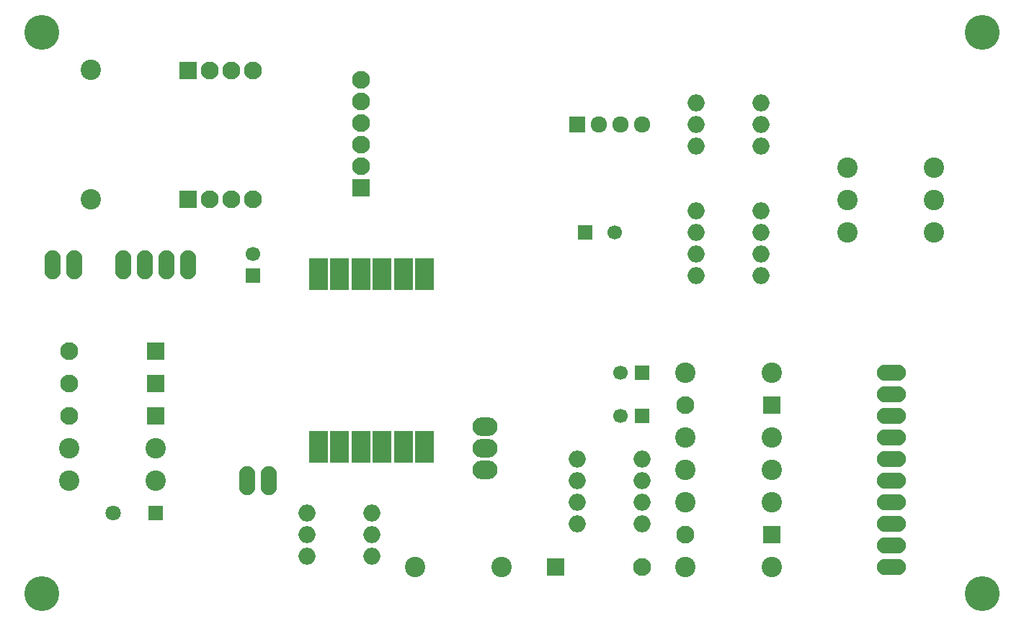
<source format=gbr>
G04 #@! TF.FileFunction,Soldermask,Top*
%FSLAX46Y46*%
G04 Gerber Fmt 4.6, Leading zero omitted, Abs format (unit mm)*
G04 Created by KiCad (PCBNEW 4.0.4+e1-6308~48~ubuntu14.04.1-stable) date Wed Oct 19 01:06:42 2016*
%MOMM*%
%LPD*%
G01*
G04 APERTURE LIST*
%ADD10C,0.100000*%
%ADD11C,4.100000*%
%ADD12C,2.400000*%
%ADD13C,2.100000*%
%ADD14R,2.100000X2.100000*%
%ADD15O,2.000000X2.000000*%
%ADD16O,1.906220X3.414980*%
%ADD17R,1.700000X1.700000*%
%ADD18C,1.700000*%
%ADD19C,2.099260*%
%ADD20R,2.099260X2.099260*%
%ADD21C,2.398980*%
%ADD22R,2.190000X3.830000*%
%ADD23R,1.924000X1.924000*%
%ADD24C,1.924000*%
%ADD25O,3.414980X1.906220*%
%ADD26O,2.940000X2.200000*%
%ADD27R,1.800000X1.800000*%
%ADD28C,1.800000*%
G04 APERTURE END LIST*
D10*
D11*
X170815000Y-147955000D03*
X60325000Y-81915000D03*
D12*
X66080000Y-86320000D03*
X66080000Y-101570000D03*
D13*
X85100000Y-86360000D03*
X85090000Y-101566000D03*
X82560000Y-86360000D03*
X80020000Y-86360000D03*
D14*
X77480000Y-86370000D03*
D13*
X82560000Y-101566000D03*
X80020000Y-101566000D03*
D14*
X77480000Y-101566000D03*
D13*
X97790000Y-87480000D03*
X97790000Y-90020000D03*
X97790000Y-92560000D03*
X97790000Y-95100000D03*
X97790000Y-97640000D03*
D14*
X97790000Y-100180000D03*
D15*
X144780000Y-95250000D03*
X144780000Y-92710000D03*
X144780000Y-90170000D03*
X137160000Y-90170000D03*
X137160000Y-92710000D03*
X137160000Y-95250000D03*
D16*
X64135000Y-109220000D03*
X61595000Y-109220000D03*
D17*
X85090000Y-110490000D03*
D18*
X85090000Y-107990000D03*
D17*
X130810000Y-121920000D03*
D18*
X128310000Y-121920000D03*
D17*
X130810000Y-127000000D03*
D18*
X128310000Y-127000000D03*
D19*
X130810520Y-144777460D03*
D20*
X120650520Y-144777460D03*
D19*
X63499480Y-119382540D03*
D20*
X73659480Y-119382540D03*
D19*
X135889480Y-140972540D03*
D20*
X146049480Y-140972540D03*
D19*
X63499480Y-123192540D03*
D20*
X73659480Y-123192540D03*
D19*
X135889480Y-125732540D03*
D20*
X146049480Y-125732540D03*
D19*
X63499480Y-127002540D03*
D20*
X73659480Y-127002540D03*
D21*
X73660000Y-134620000D03*
X63500000Y-134620000D03*
X135890000Y-144780000D03*
X146050000Y-144780000D03*
X135890000Y-121920000D03*
X146050000Y-121920000D03*
X135890000Y-137160000D03*
X146050000Y-137160000D03*
X135890000Y-129540000D03*
X146050000Y-129540000D03*
X146050000Y-133350000D03*
X135890000Y-133350000D03*
X154940000Y-97790000D03*
X165100000Y-97790000D03*
X104140000Y-144780000D03*
X114300000Y-144780000D03*
D22*
X92810000Y-130650000D03*
X95310000Y-130650000D03*
X97810000Y-130650000D03*
X100310000Y-130650000D03*
X102810000Y-130650000D03*
X105310000Y-130650000D03*
X105310000Y-110340000D03*
X102810000Y-110340000D03*
X100310000Y-110340000D03*
X97810000Y-110340000D03*
X95310000Y-110340000D03*
X92810000Y-110340000D03*
D15*
X130810000Y-139700000D03*
X130810000Y-137160000D03*
X130810000Y-134620000D03*
X130810000Y-132080000D03*
X123190000Y-132080000D03*
X123190000Y-134620000D03*
X123190000Y-137160000D03*
X123190000Y-139700000D03*
D18*
X127635000Y-105410000D03*
D17*
X124135000Y-105410000D03*
D15*
X144780000Y-110490000D03*
X144780000Y-107950000D03*
X144780000Y-105410000D03*
X144780000Y-102870000D03*
X137160000Y-102870000D03*
X137160000Y-105410000D03*
X137160000Y-107950000D03*
X137160000Y-110490000D03*
D23*
X123190000Y-92710000D03*
D24*
X125730000Y-92710000D03*
X128270000Y-92710000D03*
X130810000Y-92710000D03*
D15*
X99060000Y-143510000D03*
X99060000Y-140970000D03*
X99060000Y-138430000D03*
X91440000Y-138430000D03*
X91440000Y-140970000D03*
X91440000Y-143510000D03*
D21*
X154940000Y-105410000D03*
X165100000Y-105410000D03*
X154940000Y-101600000D03*
X165100000Y-101600000D03*
D16*
X77470000Y-109220000D03*
X74930000Y-109220000D03*
X72390000Y-109220000D03*
X69850000Y-109220000D03*
X86995000Y-134620000D03*
X84455000Y-134620000D03*
D25*
X160147000Y-144780000D03*
X160147000Y-142240000D03*
X160147000Y-139700000D03*
X160147000Y-137160000D03*
X160147000Y-132080000D03*
X160147000Y-129540000D03*
X160147000Y-134620000D03*
X160147000Y-127000000D03*
X160147000Y-121920000D03*
X160147000Y-124460000D03*
D26*
X112395000Y-130810000D03*
X112395000Y-128270000D03*
X112395000Y-133350000D03*
D27*
X73660000Y-138430000D03*
D28*
X68660000Y-138430000D03*
D21*
X73660000Y-130810000D03*
X63500000Y-130810000D03*
D11*
X170815000Y-81915000D03*
X60325000Y-147955000D03*
M02*

</source>
